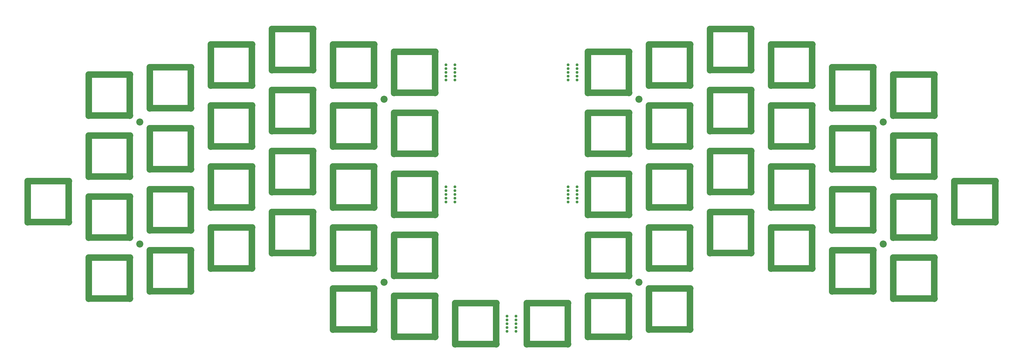
<source format=gts>
G04 #@! TF.GenerationSoftware,KiCad,Pcbnew,(6.0.0-rc2-14-ga17a58203b)*
G04 #@! TF.CreationDate,2022-01-11T14:34:59+08:00*
G04 #@! TF.ProjectId,plate,706c6174-652e-46b6-9963-61645f706362,rev?*
G04 #@! TF.SameCoordinates,Original*
G04 #@! TF.FileFunction,Soldermask,Top*
G04 #@! TF.FilePolarity,Negative*
%FSLAX46Y46*%
G04 Gerber Fmt 4.6, Leading zero omitted, Abs format (unit mm)*
G04 Created by KiCad (PCBNEW (6.0.0-rc2-14-ga17a58203b)) date 2022-01-11 14:34:59*
%MOMM*%
%LPD*%
G01*
G04 APERTURE LIST*
%ADD10C,2.202000*%
%ADD11O,2.102000X14.902000*%
%ADD12O,14.902000X2.102000*%
%ADD13C,0.902000*%
G04 APERTURE END LIST*
D10*
X167005000Y-111506000D03*
D11*
X170130000Y-160274000D03*
X182930000Y-160264000D03*
D12*
X176530000Y-166674000D03*
X176530000Y-153874000D03*
X100330000Y-139650000D03*
X100330000Y-152450000D03*
D11*
X106730000Y-146040000D03*
X93930000Y-146050000D03*
D12*
X119380000Y-151588000D03*
D11*
X125780000Y-157978000D03*
D12*
X119380000Y-164388000D03*
D11*
X112980000Y-157988000D03*
X151080000Y-157988000D03*
X163880000Y-157978000D03*
D12*
X157480000Y-151588000D03*
X157480000Y-164388000D03*
D11*
X163880000Y-100828000D03*
X151080000Y-100838000D03*
D12*
X157480000Y-107238000D03*
X157480000Y-94438000D03*
X138430000Y-89612000D03*
X138430000Y-102412000D03*
D11*
X144830000Y-96002000D03*
X132030000Y-96012000D03*
D12*
X138430000Y-146762000D03*
D11*
X144830000Y-153152000D03*
X132030000Y-153162000D03*
D12*
X138430000Y-159562000D03*
D11*
X87680000Y-110226000D03*
D12*
X81280000Y-103836000D03*
D11*
X74880000Y-110236000D03*
D12*
X81280000Y-116636000D03*
X81280000Y-141936000D03*
X81280000Y-154736000D03*
D11*
X74880000Y-148336000D03*
X87680000Y-148326000D03*
X106730000Y-165090000D03*
D12*
X100330000Y-171500000D03*
X100330000Y-158700000D03*
D11*
X93930000Y-165100000D03*
D12*
X157480000Y-126288000D03*
D11*
X151080000Y-119888000D03*
X163880000Y-119878000D03*
D12*
X157480000Y-113488000D03*
D10*
X90805000Y-118618000D03*
D12*
X176530000Y-115774000D03*
D11*
X170130000Y-122174000D03*
D12*
X176530000Y-128574000D03*
D11*
X182930000Y-122164000D03*
D12*
X176530000Y-185724000D03*
D11*
X170130000Y-179324000D03*
X182930000Y-179314000D03*
D12*
X176530000Y-172924000D03*
X157480000Y-183438000D03*
D11*
X151080000Y-177038000D03*
X163880000Y-177028000D03*
D12*
X157480000Y-170638000D03*
X100330000Y-133400000D03*
D11*
X106730000Y-126990000D03*
D12*
X100330000Y-120600000D03*
D11*
X93930000Y-127000000D03*
X201980000Y-181600000D03*
X189180000Y-181610000D03*
D12*
X195580000Y-175210000D03*
X195580000Y-188010000D03*
X81280000Y-122886000D03*
D11*
X87680000Y-129276000D03*
D12*
X81280000Y-135686000D03*
D11*
X74880000Y-129286000D03*
X125780000Y-138928000D03*
D12*
X119380000Y-145338000D03*
X119380000Y-132538000D03*
D11*
X112980000Y-138938000D03*
D13*
X186316850Y-138842600D03*
X189095150Y-138842600D03*
X189095150Y-143605400D03*
X186316850Y-142414700D03*
X186316850Y-143605400D03*
X189095150Y-140033300D03*
X186316850Y-141224000D03*
X189095150Y-141224000D03*
X189095150Y-142414700D03*
X186316850Y-140033300D03*
D11*
X132030000Y-134112000D03*
D12*
X138430000Y-140512000D03*
X138430000Y-127712000D03*
D11*
X144830000Y-134102000D03*
D12*
X138430000Y-108662000D03*
X138430000Y-121462000D03*
D11*
X132030000Y-115062000D03*
X144830000Y-115052000D03*
D13*
X186316850Y-100742600D03*
X189095150Y-101933300D03*
X189095150Y-104314700D03*
X186316850Y-104314700D03*
X186316850Y-103124000D03*
X186316850Y-101933300D03*
X186316850Y-105505400D03*
X189095150Y-105505400D03*
X189095150Y-103124000D03*
X189095150Y-100742600D03*
D10*
X90805000Y-156718000D03*
D11*
X170130000Y-103124000D03*
D12*
X176530000Y-96724000D03*
X176530000Y-109524000D03*
D11*
X182930000Y-103114000D03*
X125780000Y-119878000D03*
D12*
X119380000Y-113488000D03*
X119380000Y-126288000D03*
D11*
X112980000Y-119888000D03*
X163880000Y-138928000D03*
X151080000Y-138938000D03*
D12*
X157480000Y-132538000D03*
X157480000Y-145338000D03*
X62230000Y-137110000D03*
D11*
X55830000Y-143510000D03*
D12*
X62230000Y-149910000D03*
D11*
X68630000Y-143500000D03*
D10*
X167005000Y-168656000D03*
D13*
X227195150Y-141224000D03*
X227195150Y-140033300D03*
X224416850Y-143605400D03*
X224416850Y-142414700D03*
X224416850Y-138842600D03*
X224416850Y-141224000D03*
X227195150Y-142414700D03*
X227195150Y-138842600D03*
X227195150Y-143605400D03*
X224416850Y-140033300D03*
D12*
X100330000Y-101550000D03*
D11*
X93930000Y-107950000D03*
X106730000Y-107940000D03*
D12*
X100330000Y-114350000D03*
D11*
X125780000Y-100828000D03*
D12*
X119380000Y-94438000D03*
X119380000Y-107238000D03*
D11*
X112980000Y-100838000D03*
D12*
X81280000Y-173786000D03*
D11*
X74880000Y-167386000D03*
X87680000Y-167376000D03*
D12*
X81280000Y-160986000D03*
D13*
X227195150Y-101933300D03*
X227195150Y-105505400D03*
X224416850Y-101933300D03*
X224416850Y-104314700D03*
X224416850Y-105505400D03*
X224416850Y-100742600D03*
X224416850Y-103124000D03*
X227195150Y-104314700D03*
X227195150Y-100742600D03*
X227195150Y-103124000D03*
X208145150Y-181610000D03*
X208145150Y-179228600D03*
X205366850Y-183991400D03*
X208145150Y-180419300D03*
X208145150Y-182800700D03*
X205366850Y-181610000D03*
X208145150Y-183991400D03*
X205366850Y-180419300D03*
X205366850Y-182800700D03*
X205366850Y-179228600D03*
D11*
X170130000Y-141224000D03*
X182930000Y-141214000D03*
D12*
X176530000Y-134824000D03*
X176530000Y-147624000D03*
X236982000Y-115774000D03*
D11*
X243382000Y-122174000D03*
D12*
X236982000Y-128574000D03*
D11*
X230582000Y-122164000D03*
D12*
X256032000Y-183438000D03*
D11*
X262432000Y-177038000D03*
X249632000Y-177028000D03*
D12*
X256032000Y-170638000D03*
X332232000Y-141936000D03*
X332232000Y-154736000D03*
D11*
X338632000Y-148336000D03*
X325832000Y-148326000D03*
D12*
X313182000Y-101550000D03*
D11*
X319582000Y-107950000D03*
X306782000Y-107940000D03*
D12*
X313182000Y-114350000D03*
D11*
X262432000Y-157988000D03*
X249632000Y-157978000D03*
D12*
X256032000Y-151588000D03*
X256032000Y-164388000D03*
D10*
X322707000Y-156718000D03*
D12*
X275082000Y-89612000D03*
X275082000Y-102412000D03*
D11*
X268682000Y-96002000D03*
X281482000Y-96012000D03*
X325832000Y-110226000D03*
D12*
X332232000Y-103836000D03*
D11*
X338632000Y-110236000D03*
D12*
X332232000Y-116636000D03*
D11*
X287732000Y-138928000D03*
D12*
X294132000Y-145338000D03*
X294132000Y-132538000D03*
D11*
X300532000Y-138938000D03*
D12*
X351282000Y-137110000D03*
D11*
X357682000Y-143510000D03*
D12*
X351282000Y-149910000D03*
D11*
X344882000Y-143500000D03*
X243382000Y-160274000D03*
X230582000Y-160264000D03*
D12*
X236982000Y-166674000D03*
X236982000Y-153874000D03*
X236982000Y-185724000D03*
D11*
X243382000Y-179324000D03*
X230582000Y-179314000D03*
D12*
X236982000Y-172924000D03*
X275082000Y-108662000D03*
X275082000Y-121462000D03*
D11*
X281482000Y-115062000D03*
X268682000Y-115052000D03*
D12*
X294132000Y-151588000D03*
D11*
X287732000Y-157978000D03*
D12*
X294132000Y-164388000D03*
D11*
X300532000Y-157988000D03*
D10*
X322707000Y-118618000D03*
D11*
X281482000Y-134112000D03*
D12*
X275082000Y-140512000D03*
X275082000Y-127712000D03*
D11*
X268682000Y-134102000D03*
D12*
X332232000Y-122886000D03*
D11*
X325832000Y-129276000D03*
D12*
X332232000Y-135686000D03*
D11*
X338632000Y-129286000D03*
X287732000Y-100828000D03*
D12*
X294132000Y-94438000D03*
X294132000Y-107238000D03*
D11*
X300532000Y-100838000D03*
X243382000Y-103124000D03*
D12*
X236982000Y-96724000D03*
X236982000Y-109524000D03*
D11*
X230582000Y-103114000D03*
X249632000Y-138928000D03*
X262432000Y-138938000D03*
D12*
X256032000Y-132538000D03*
X256032000Y-145338000D03*
X332232000Y-173786000D03*
D11*
X338632000Y-167386000D03*
X325832000Y-167376000D03*
D12*
X332232000Y-160986000D03*
D10*
X246507000Y-111506000D03*
D11*
X211532000Y-181600000D03*
X224332000Y-181610000D03*
D12*
X217932000Y-175210000D03*
X217932000Y-188010000D03*
X256032000Y-126288000D03*
D11*
X262432000Y-119888000D03*
X249632000Y-119878000D03*
D12*
X256032000Y-113488000D03*
D11*
X287732000Y-119878000D03*
D12*
X294132000Y-113488000D03*
X294132000Y-126288000D03*
D11*
X300532000Y-119888000D03*
D12*
X313182000Y-133400000D03*
D11*
X306782000Y-126990000D03*
D12*
X313182000Y-120600000D03*
D11*
X319582000Y-127000000D03*
X249632000Y-100828000D03*
X262432000Y-100838000D03*
D12*
X256032000Y-107238000D03*
X256032000Y-94438000D03*
D11*
X243382000Y-141224000D03*
X230582000Y-141214000D03*
D12*
X236982000Y-134824000D03*
X236982000Y-147624000D03*
X275082000Y-146762000D03*
D11*
X268682000Y-153152000D03*
X281482000Y-153162000D03*
D12*
X275082000Y-159562000D03*
D10*
X246507000Y-168656000D03*
D12*
X313182000Y-139650000D03*
X313182000Y-152450000D03*
D11*
X306782000Y-146040000D03*
X319582000Y-146050000D03*
X306782000Y-165090000D03*
D12*
X313182000Y-171500000D03*
X313182000Y-158700000D03*
D11*
X319582000Y-165100000D03*
G36*
X223282732Y-176260000D02*
G01*
X223283000Y-176261000D01*
X223283000Y-176385999D01*
X223282000Y-176387731D01*
X223280000Y-176387731D01*
X223279081Y-176386562D01*
X223259404Y-176319547D01*
X223207001Y-176274141D01*
X223155787Y-176263000D01*
X212708286Y-176263000D01*
X212641547Y-176282596D01*
X212596141Y-176334999D01*
X212584954Y-176386424D01*
X212583609Y-176387904D01*
X212581655Y-176387479D01*
X212581000Y-176385999D01*
X212581000Y-176261000D01*
X212582000Y-176259268D01*
X212583000Y-176259000D01*
X223281000Y-176259000D01*
X223282732Y-176260000D01*
G37*
G36*
X200930732Y-176260000D02*
G01*
X200931000Y-176261000D01*
X200931000Y-176385999D01*
X200930000Y-176387731D01*
X200928000Y-176387731D01*
X200927081Y-176386562D01*
X200907404Y-176319547D01*
X200855001Y-176274141D01*
X200803787Y-176263000D01*
X190356286Y-176263000D01*
X190289547Y-176282596D01*
X190244141Y-176334999D01*
X190232954Y-176386424D01*
X190231609Y-176387904D01*
X190229655Y-176387479D01*
X190229000Y-176385999D01*
X190229000Y-176261000D01*
X190230000Y-176259268D01*
X190231000Y-176259000D01*
X200929000Y-176259000D01*
X200930732Y-176260000D01*
G37*
G36*
X242332732Y-173974000D02*
G01*
X242333000Y-173975000D01*
X242333000Y-174099999D01*
X242332000Y-174101731D01*
X242330000Y-174101731D01*
X242329081Y-174100562D01*
X242309404Y-174033547D01*
X242257001Y-173988141D01*
X242205787Y-173977000D01*
X231758286Y-173977000D01*
X231691547Y-173996596D01*
X231646141Y-174048999D01*
X231634954Y-174100424D01*
X231633609Y-174101904D01*
X231631655Y-174101479D01*
X231631000Y-174099999D01*
X231631000Y-173975000D01*
X231632000Y-173973268D01*
X231633000Y-173973000D01*
X242331000Y-173973000D01*
X242332732Y-173974000D01*
G37*
G36*
X181880732Y-173974000D02*
G01*
X181881000Y-173975000D01*
X181881000Y-174099999D01*
X181880000Y-174101731D01*
X181878000Y-174101731D01*
X181877081Y-174100562D01*
X181857404Y-174033547D01*
X181805001Y-173988141D01*
X181753787Y-173977000D01*
X171306286Y-173977000D01*
X171239547Y-173996596D01*
X171194141Y-174048999D01*
X171182954Y-174100424D01*
X171181609Y-174101904D01*
X171179655Y-174101479D01*
X171179000Y-174099999D01*
X171179000Y-173975000D01*
X171180000Y-173973268D01*
X171181000Y-173973000D01*
X181879000Y-173973000D01*
X181880732Y-173974000D01*
G37*
G36*
X261382732Y-171688000D02*
G01*
X261383000Y-171689000D01*
X261383000Y-171813999D01*
X261382000Y-171815731D01*
X261380000Y-171815731D01*
X261379081Y-171814562D01*
X261359404Y-171747547D01*
X261307001Y-171702141D01*
X261255787Y-171691000D01*
X250808286Y-171691000D01*
X250741547Y-171710596D01*
X250696141Y-171762999D01*
X250684954Y-171814424D01*
X250683609Y-171815904D01*
X250681655Y-171815479D01*
X250681000Y-171813999D01*
X250681000Y-171689000D01*
X250682000Y-171687268D01*
X250683000Y-171687000D01*
X261381000Y-171687000D01*
X261382732Y-171688000D01*
G37*
G36*
X162830732Y-171688000D02*
G01*
X162831000Y-171689000D01*
X162831000Y-171813999D01*
X162830000Y-171815731D01*
X162828000Y-171815731D01*
X162827081Y-171814562D01*
X162807404Y-171747547D01*
X162755001Y-171702141D01*
X162703787Y-171691000D01*
X152256286Y-171691000D01*
X152189547Y-171710596D01*
X152144141Y-171762999D01*
X152132954Y-171814424D01*
X152131609Y-171815904D01*
X152129655Y-171815479D01*
X152129000Y-171813999D01*
X152129000Y-171689000D01*
X152130000Y-171687268D01*
X152131000Y-171687000D01*
X162829000Y-171687000D01*
X162830732Y-171688000D01*
G37*
G36*
X86630732Y-162036000D02*
G01*
X86631000Y-162037000D01*
X86631000Y-162161999D01*
X86630000Y-162163731D01*
X86628000Y-162163731D01*
X86627081Y-162162562D01*
X86607404Y-162095547D01*
X86555001Y-162050141D01*
X86503787Y-162039000D01*
X76056286Y-162039000D01*
X75989547Y-162058596D01*
X75944141Y-162110999D01*
X75932954Y-162162424D01*
X75931609Y-162163904D01*
X75929655Y-162163479D01*
X75929000Y-162161999D01*
X75929000Y-162037000D01*
X75930000Y-162035268D01*
X75931000Y-162035000D01*
X86629000Y-162035000D01*
X86630732Y-162036000D01*
G37*
G36*
X337582732Y-162036000D02*
G01*
X337583000Y-162037000D01*
X337583000Y-162161999D01*
X337582000Y-162163731D01*
X337580000Y-162163731D01*
X337579081Y-162162562D01*
X337559404Y-162095547D01*
X337507001Y-162050141D01*
X337455787Y-162039000D01*
X327008286Y-162039000D01*
X326941547Y-162058596D01*
X326896141Y-162110999D01*
X326884954Y-162162424D01*
X326883609Y-162163904D01*
X326881655Y-162163479D01*
X326881000Y-162161999D01*
X326881000Y-162037000D01*
X326882000Y-162035268D01*
X326883000Y-162035000D01*
X337581000Y-162035000D01*
X337582732Y-162036000D01*
G37*
G36*
X105680732Y-159750000D02*
G01*
X105681000Y-159751000D01*
X105681000Y-159875999D01*
X105680000Y-159877731D01*
X105678000Y-159877731D01*
X105677081Y-159876562D01*
X105657404Y-159809547D01*
X105605001Y-159764141D01*
X105553787Y-159753000D01*
X95106286Y-159753000D01*
X95039547Y-159772596D01*
X94994141Y-159824999D01*
X94982954Y-159876424D01*
X94981609Y-159877904D01*
X94979655Y-159877479D01*
X94979000Y-159875999D01*
X94979000Y-159751000D01*
X94980000Y-159749268D01*
X94981000Y-159749000D01*
X105679000Y-159749000D01*
X105680732Y-159750000D01*
G37*
G36*
X318532732Y-159750000D02*
G01*
X318533000Y-159751000D01*
X318533000Y-159875999D01*
X318532000Y-159877731D01*
X318530000Y-159877731D01*
X318529081Y-159876562D01*
X318509404Y-159809547D01*
X318457001Y-159764141D01*
X318405787Y-159753000D01*
X307958286Y-159753000D01*
X307891547Y-159772596D01*
X307846141Y-159824999D01*
X307834954Y-159876424D01*
X307833609Y-159877904D01*
X307831655Y-159877479D01*
X307831000Y-159875999D01*
X307831000Y-159751000D01*
X307832000Y-159749268D01*
X307833000Y-159749000D01*
X318531000Y-159749000D01*
X318532732Y-159750000D01*
G37*
G36*
X181880732Y-154924000D02*
G01*
X181881000Y-154925000D01*
X181881000Y-155049999D01*
X181880000Y-155051731D01*
X181878000Y-155051731D01*
X181877081Y-155050562D01*
X181857404Y-154983547D01*
X181805001Y-154938141D01*
X181753787Y-154927000D01*
X171306286Y-154927000D01*
X171239547Y-154946596D01*
X171194141Y-154998999D01*
X171182954Y-155050424D01*
X171181609Y-155051904D01*
X171179655Y-155051479D01*
X171179000Y-155049999D01*
X171179000Y-154925000D01*
X171180000Y-154923268D01*
X171181000Y-154923000D01*
X181879000Y-154923000D01*
X181880732Y-154924000D01*
G37*
G36*
X242332732Y-154924000D02*
G01*
X242333000Y-154925000D01*
X242333000Y-155049999D01*
X242332000Y-155051731D01*
X242330000Y-155051731D01*
X242329081Y-155050562D01*
X242309404Y-154983547D01*
X242257001Y-154938141D01*
X242205787Y-154927000D01*
X231758286Y-154927000D01*
X231691547Y-154946596D01*
X231646141Y-154998999D01*
X231634954Y-155050424D01*
X231633609Y-155051904D01*
X231631655Y-155051479D01*
X231631000Y-155049999D01*
X231631000Y-154925000D01*
X231632000Y-154923268D01*
X231633000Y-154923000D01*
X242331000Y-154923000D01*
X242332732Y-154924000D01*
G37*
G36*
X124730732Y-152638000D02*
G01*
X124731000Y-152639000D01*
X124731000Y-152763999D01*
X124730000Y-152765731D01*
X124728000Y-152765731D01*
X124727081Y-152764562D01*
X124707404Y-152697547D01*
X124655001Y-152652141D01*
X124603787Y-152641000D01*
X114156286Y-152641000D01*
X114089547Y-152660596D01*
X114044141Y-152712999D01*
X114032954Y-152764424D01*
X114031609Y-152765904D01*
X114029655Y-152765479D01*
X114029000Y-152763999D01*
X114029000Y-152639000D01*
X114030000Y-152637268D01*
X114031000Y-152637000D01*
X124729000Y-152637000D01*
X124730732Y-152638000D01*
G37*
G36*
X299482732Y-152638000D02*
G01*
X299483000Y-152639000D01*
X299483000Y-152763999D01*
X299482000Y-152765731D01*
X299480000Y-152765731D01*
X299479081Y-152764562D01*
X299459404Y-152697547D01*
X299407001Y-152652141D01*
X299355787Y-152641000D01*
X288908286Y-152641000D01*
X288841547Y-152660596D01*
X288796141Y-152712999D01*
X288784954Y-152764424D01*
X288783609Y-152765904D01*
X288781655Y-152765479D01*
X288781000Y-152763999D01*
X288781000Y-152639000D01*
X288782000Y-152637268D01*
X288783000Y-152637000D01*
X299481000Y-152637000D01*
X299482732Y-152638000D01*
G37*
G36*
X261382732Y-152638000D02*
G01*
X261383000Y-152639000D01*
X261383000Y-152763999D01*
X261382000Y-152765731D01*
X261380000Y-152765731D01*
X261379081Y-152764562D01*
X261359404Y-152697547D01*
X261307001Y-152652141D01*
X261255787Y-152641000D01*
X250808286Y-152641000D01*
X250741547Y-152660596D01*
X250696141Y-152712999D01*
X250684954Y-152764424D01*
X250683609Y-152765904D01*
X250681655Y-152765479D01*
X250681000Y-152763999D01*
X250681000Y-152639000D01*
X250682000Y-152637268D01*
X250683000Y-152637000D01*
X261381000Y-152637000D01*
X261382732Y-152638000D01*
G37*
G36*
X162830732Y-152638000D02*
G01*
X162831000Y-152639000D01*
X162831000Y-152763999D01*
X162830000Y-152765731D01*
X162828000Y-152765731D01*
X162827081Y-152764562D01*
X162807404Y-152697547D01*
X162755001Y-152652141D01*
X162703787Y-152641000D01*
X152256286Y-152641000D01*
X152189547Y-152660596D01*
X152144141Y-152712999D01*
X152132954Y-152764424D01*
X152131609Y-152765904D01*
X152129655Y-152765479D01*
X152129000Y-152763999D01*
X152129000Y-152639000D01*
X152130000Y-152637268D01*
X152131000Y-152637000D01*
X162829000Y-152637000D01*
X162830732Y-152638000D01*
G37*
G36*
X280432732Y-147812000D02*
G01*
X280433000Y-147813000D01*
X280433000Y-147937999D01*
X280432000Y-147939731D01*
X280430000Y-147939731D01*
X280429081Y-147938562D01*
X280409404Y-147871547D01*
X280357001Y-147826141D01*
X280305787Y-147815000D01*
X269858286Y-147815000D01*
X269791547Y-147834596D01*
X269746141Y-147886999D01*
X269734954Y-147938424D01*
X269733609Y-147939904D01*
X269731655Y-147939479D01*
X269731000Y-147937999D01*
X269731000Y-147813000D01*
X269732000Y-147811268D01*
X269733000Y-147811000D01*
X280431000Y-147811000D01*
X280432732Y-147812000D01*
G37*
G36*
X143780732Y-147812000D02*
G01*
X143781000Y-147813000D01*
X143781000Y-147937999D01*
X143780000Y-147939731D01*
X143778000Y-147939731D01*
X143777081Y-147938562D01*
X143757404Y-147871547D01*
X143705001Y-147826141D01*
X143653787Y-147815000D01*
X133206286Y-147815000D01*
X133139547Y-147834596D01*
X133094141Y-147886999D01*
X133082954Y-147938424D01*
X133081609Y-147939904D01*
X133079655Y-147939479D01*
X133079000Y-147937999D01*
X133079000Y-147813000D01*
X133080000Y-147811268D01*
X133081000Y-147811000D01*
X143779000Y-147811000D01*
X143780732Y-147812000D01*
G37*
G36*
X337582732Y-142986000D02*
G01*
X337583000Y-142987000D01*
X337583000Y-143111999D01*
X337582000Y-143113731D01*
X337580000Y-143113731D01*
X337579081Y-143112562D01*
X337559404Y-143045547D01*
X337507001Y-143000141D01*
X337455787Y-142989000D01*
X327008286Y-142989000D01*
X326941547Y-143008596D01*
X326896141Y-143060999D01*
X326884954Y-143112424D01*
X326883609Y-143113904D01*
X326881655Y-143113479D01*
X326881000Y-143111999D01*
X326881000Y-142987000D01*
X326882000Y-142985268D01*
X326883000Y-142985000D01*
X337581000Y-142985000D01*
X337582732Y-142986000D01*
G37*
G36*
X86630732Y-142986000D02*
G01*
X86631000Y-142987000D01*
X86631000Y-143111999D01*
X86630000Y-143113731D01*
X86628000Y-143113731D01*
X86627081Y-143112562D01*
X86607404Y-143045547D01*
X86555001Y-143000141D01*
X86503787Y-142989000D01*
X76056286Y-142989000D01*
X75989547Y-143008596D01*
X75944141Y-143060999D01*
X75932954Y-143112424D01*
X75931609Y-143113904D01*
X75929655Y-143113479D01*
X75929000Y-143111999D01*
X75929000Y-142987000D01*
X75930000Y-142985268D01*
X75931000Y-142985000D01*
X86629000Y-142985000D01*
X86630732Y-142986000D01*
G37*
G36*
X105680732Y-140700000D02*
G01*
X105681000Y-140701000D01*
X105681000Y-140825999D01*
X105680000Y-140827731D01*
X105678000Y-140827731D01*
X105677081Y-140826562D01*
X105657404Y-140759547D01*
X105605001Y-140714141D01*
X105553787Y-140703000D01*
X95106286Y-140703000D01*
X95039547Y-140722596D01*
X94994141Y-140774999D01*
X94982954Y-140826424D01*
X94981609Y-140827904D01*
X94979655Y-140827479D01*
X94979000Y-140825999D01*
X94979000Y-140701000D01*
X94980000Y-140699268D01*
X94981000Y-140699000D01*
X105679000Y-140699000D01*
X105680732Y-140700000D01*
G37*
G36*
X318532732Y-140700000D02*
G01*
X318533000Y-140701000D01*
X318533000Y-140825999D01*
X318532000Y-140827731D01*
X318530000Y-140827731D01*
X318529081Y-140826562D01*
X318509404Y-140759547D01*
X318457001Y-140714141D01*
X318405787Y-140703000D01*
X307958286Y-140703000D01*
X307891547Y-140722596D01*
X307846141Y-140774999D01*
X307834954Y-140826424D01*
X307833609Y-140827904D01*
X307831655Y-140827479D01*
X307831000Y-140825999D01*
X307831000Y-140701000D01*
X307832000Y-140699268D01*
X307833000Y-140699000D01*
X318531000Y-140699000D01*
X318532732Y-140700000D01*
G37*
G36*
X67580732Y-138160000D02*
G01*
X67581000Y-138161000D01*
X67581000Y-138285999D01*
X67580000Y-138287731D01*
X67578000Y-138287731D01*
X67577081Y-138286562D01*
X67557404Y-138219547D01*
X67505001Y-138174141D01*
X67453787Y-138163000D01*
X57006286Y-138163000D01*
X56939547Y-138182596D01*
X56894141Y-138234999D01*
X56882954Y-138286424D01*
X56881609Y-138287904D01*
X56879655Y-138287479D01*
X56879000Y-138285999D01*
X56879000Y-138161000D01*
X56880000Y-138159268D01*
X56881000Y-138159000D01*
X67579000Y-138159000D01*
X67580732Y-138160000D01*
G37*
G36*
X356632732Y-138160000D02*
G01*
X356633000Y-138161000D01*
X356633000Y-138285999D01*
X356632000Y-138287731D01*
X356630000Y-138287731D01*
X356629081Y-138286562D01*
X356609404Y-138219547D01*
X356557001Y-138174141D01*
X356505787Y-138163000D01*
X346058286Y-138163000D01*
X345991547Y-138182596D01*
X345946141Y-138234999D01*
X345934954Y-138286424D01*
X345933609Y-138287904D01*
X345931655Y-138287479D01*
X345931000Y-138285999D01*
X345931000Y-138161000D01*
X345932000Y-138159268D01*
X345933000Y-138159000D01*
X356631000Y-138159000D01*
X356632732Y-138160000D01*
G37*
G36*
X242332732Y-135874000D02*
G01*
X242333000Y-135875000D01*
X242333000Y-135999999D01*
X242332000Y-136001731D01*
X242330000Y-136001731D01*
X242329081Y-136000562D01*
X242309404Y-135933547D01*
X242257001Y-135888141D01*
X242205787Y-135877000D01*
X231758286Y-135877000D01*
X231691547Y-135896596D01*
X231646141Y-135948999D01*
X231634954Y-136000424D01*
X231633609Y-136001904D01*
X231631655Y-136001479D01*
X231631000Y-135999999D01*
X231631000Y-135875000D01*
X231632000Y-135873268D01*
X231633000Y-135873000D01*
X242331000Y-135873000D01*
X242332732Y-135874000D01*
G37*
G36*
X181880732Y-135874000D02*
G01*
X181881000Y-135875000D01*
X181881000Y-135999999D01*
X181880000Y-136001731D01*
X181878000Y-136001731D01*
X181877081Y-136000562D01*
X181857404Y-135933547D01*
X181805001Y-135888141D01*
X181753787Y-135877000D01*
X171306286Y-135877000D01*
X171239547Y-135896596D01*
X171194141Y-135948999D01*
X171182954Y-136000424D01*
X171181609Y-136001904D01*
X171179655Y-136001479D01*
X171179000Y-135999999D01*
X171179000Y-135875000D01*
X171180000Y-135873268D01*
X171181000Y-135873000D01*
X181879000Y-135873000D01*
X181880732Y-135874000D01*
G37*
G36*
X261382732Y-133588000D02*
G01*
X261383000Y-133589000D01*
X261383000Y-133713999D01*
X261382000Y-133715731D01*
X261380000Y-133715731D01*
X261379081Y-133714562D01*
X261359404Y-133647547D01*
X261307001Y-133602141D01*
X261255787Y-133591000D01*
X250808286Y-133591000D01*
X250741547Y-133610596D01*
X250696141Y-133662999D01*
X250684954Y-133714424D01*
X250683609Y-133715904D01*
X250681655Y-133715479D01*
X250681000Y-133713999D01*
X250681000Y-133589000D01*
X250682000Y-133587268D01*
X250683000Y-133587000D01*
X261381000Y-133587000D01*
X261382732Y-133588000D01*
G37*
G36*
X299482732Y-133588000D02*
G01*
X299483000Y-133589000D01*
X299483000Y-133713999D01*
X299482000Y-133715731D01*
X299480000Y-133715731D01*
X299479081Y-133714562D01*
X299459404Y-133647547D01*
X299407001Y-133602141D01*
X299355787Y-133591000D01*
X288908286Y-133591000D01*
X288841547Y-133610596D01*
X288796141Y-133662999D01*
X288784954Y-133714424D01*
X288783609Y-133715904D01*
X288781655Y-133715479D01*
X288781000Y-133713999D01*
X288781000Y-133589000D01*
X288782000Y-133587268D01*
X288783000Y-133587000D01*
X299481000Y-133587000D01*
X299482732Y-133588000D01*
G37*
G36*
X162830732Y-133588000D02*
G01*
X162831000Y-133589000D01*
X162831000Y-133713999D01*
X162830000Y-133715731D01*
X162828000Y-133715731D01*
X162827081Y-133714562D01*
X162807404Y-133647547D01*
X162755001Y-133602141D01*
X162703787Y-133591000D01*
X152256286Y-133591000D01*
X152189547Y-133610596D01*
X152144141Y-133662999D01*
X152132954Y-133714424D01*
X152131609Y-133715904D01*
X152129655Y-133715479D01*
X152129000Y-133713999D01*
X152129000Y-133589000D01*
X152130000Y-133587268D01*
X152131000Y-133587000D01*
X162829000Y-133587000D01*
X162830732Y-133588000D01*
G37*
G36*
X124730732Y-133588000D02*
G01*
X124731000Y-133589000D01*
X124731000Y-133713999D01*
X124730000Y-133715731D01*
X124728000Y-133715731D01*
X124727081Y-133714562D01*
X124707404Y-133647547D01*
X124655001Y-133602141D01*
X124603787Y-133591000D01*
X114156286Y-133591000D01*
X114089547Y-133610596D01*
X114044141Y-133662999D01*
X114032954Y-133714424D01*
X114031609Y-133715904D01*
X114029655Y-133715479D01*
X114029000Y-133713999D01*
X114029000Y-133589000D01*
X114030000Y-133587268D01*
X114031000Y-133587000D01*
X124729000Y-133587000D01*
X124730732Y-133588000D01*
G37*
G36*
X280432732Y-128762000D02*
G01*
X280433000Y-128763000D01*
X280433000Y-128887999D01*
X280432000Y-128889731D01*
X280430000Y-128889731D01*
X280429081Y-128888562D01*
X280409404Y-128821547D01*
X280357001Y-128776141D01*
X280305787Y-128765000D01*
X269858286Y-128765000D01*
X269791547Y-128784596D01*
X269746141Y-128836999D01*
X269734954Y-128888424D01*
X269733609Y-128889904D01*
X269731655Y-128889479D01*
X269731000Y-128887999D01*
X269731000Y-128763000D01*
X269732000Y-128761268D01*
X269733000Y-128761000D01*
X280431000Y-128761000D01*
X280432732Y-128762000D01*
G37*
G36*
X143780732Y-128762000D02*
G01*
X143781000Y-128763000D01*
X143781000Y-128887999D01*
X143780000Y-128889731D01*
X143778000Y-128889731D01*
X143777081Y-128888562D01*
X143757404Y-128821547D01*
X143705001Y-128776141D01*
X143653787Y-128765000D01*
X133206286Y-128765000D01*
X133139547Y-128784596D01*
X133094141Y-128836999D01*
X133082954Y-128888424D01*
X133081609Y-128889904D01*
X133079655Y-128889479D01*
X133079000Y-128887999D01*
X133079000Y-128763000D01*
X133080000Y-128761268D01*
X133081000Y-128761000D01*
X143779000Y-128761000D01*
X143780732Y-128762000D01*
G37*
G36*
X86630732Y-123936000D02*
G01*
X86631000Y-123937000D01*
X86631000Y-124061999D01*
X86630000Y-124063731D01*
X86628000Y-124063731D01*
X86627081Y-124062562D01*
X86607404Y-123995547D01*
X86555001Y-123950141D01*
X86503787Y-123939000D01*
X76056286Y-123939000D01*
X75989547Y-123958596D01*
X75944141Y-124010999D01*
X75932954Y-124062424D01*
X75931609Y-124063904D01*
X75929655Y-124063479D01*
X75929000Y-124061999D01*
X75929000Y-123937000D01*
X75930000Y-123935268D01*
X75931000Y-123935000D01*
X86629000Y-123935000D01*
X86630732Y-123936000D01*
G37*
G36*
X337582732Y-123936000D02*
G01*
X337583000Y-123937000D01*
X337583000Y-124061999D01*
X337582000Y-124063731D01*
X337580000Y-124063731D01*
X337579081Y-124062562D01*
X337559404Y-123995547D01*
X337507001Y-123950141D01*
X337455787Y-123939000D01*
X327008286Y-123939000D01*
X326941547Y-123958596D01*
X326896141Y-124010999D01*
X326884954Y-124062424D01*
X326883609Y-124063904D01*
X326881655Y-124063479D01*
X326881000Y-124061999D01*
X326881000Y-123937000D01*
X326882000Y-123935268D01*
X326883000Y-123935000D01*
X337581000Y-123935000D01*
X337582732Y-123936000D01*
G37*
G36*
X105680732Y-121650000D02*
G01*
X105681000Y-121651000D01*
X105681000Y-121775999D01*
X105680000Y-121777731D01*
X105678000Y-121777731D01*
X105677081Y-121776562D01*
X105657404Y-121709547D01*
X105605001Y-121664141D01*
X105553787Y-121653000D01*
X95106286Y-121653000D01*
X95039547Y-121672596D01*
X94994141Y-121724999D01*
X94982954Y-121776424D01*
X94981609Y-121777904D01*
X94979655Y-121777479D01*
X94979000Y-121775999D01*
X94979000Y-121651000D01*
X94980000Y-121649268D01*
X94981000Y-121649000D01*
X105679000Y-121649000D01*
X105680732Y-121650000D01*
G37*
G36*
X318532732Y-121650000D02*
G01*
X318533000Y-121651000D01*
X318533000Y-121775999D01*
X318532000Y-121777731D01*
X318530000Y-121777731D01*
X318529081Y-121776562D01*
X318509404Y-121709547D01*
X318457001Y-121664141D01*
X318405787Y-121653000D01*
X307958286Y-121653000D01*
X307891547Y-121672596D01*
X307846141Y-121724999D01*
X307834954Y-121776424D01*
X307833609Y-121777904D01*
X307831655Y-121777479D01*
X307831000Y-121775999D01*
X307831000Y-121651000D01*
X307832000Y-121649268D01*
X307833000Y-121649000D01*
X318531000Y-121649000D01*
X318532732Y-121650000D01*
G37*
G36*
X181880732Y-116824000D02*
G01*
X181881000Y-116825000D01*
X181881000Y-116949999D01*
X181880000Y-116951731D01*
X181878000Y-116951731D01*
X181877081Y-116950562D01*
X181857404Y-116883547D01*
X181805001Y-116838141D01*
X181753787Y-116827000D01*
X171306286Y-116827000D01*
X171239547Y-116846596D01*
X171194141Y-116898999D01*
X171182954Y-116950424D01*
X171181609Y-116951904D01*
X171179655Y-116951479D01*
X171179000Y-116949999D01*
X171179000Y-116825000D01*
X171180000Y-116823268D01*
X171181000Y-116823000D01*
X181879000Y-116823000D01*
X181880732Y-116824000D01*
G37*
G36*
X242332732Y-116824000D02*
G01*
X242333000Y-116825000D01*
X242333000Y-116949999D01*
X242332000Y-116951731D01*
X242330000Y-116951731D01*
X242329081Y-116950562D01*
X242309404Y-116883547D01*
X242257001Y-116838141D01*
X242205787Y-116827000D01*
X231758286Y-116827000D01*
X231691547Y-116846596D01*
X231646141Y-116898999D01*
X231634954Y-116950424D01*
X231633609Y-116951904D01*
X231631655Y-116951479D01*
X231631000Y-116949999D01*
X231631000Y-116825000D01*
X231632000Y-116823268D01*
X231633000Y-116823000D01*
X242331000Y-116823000D01*
X242332732Y-116824000D01*
G37*
G36*
X162830732Y-114538000D02*
G01*
X162831000Y-114539000D01*
X162831000Y-114663999D01*
X162830000Y-114665731D01*
X162828000Y-114665731D01*
X162827081Y-114664562D01*
X162807404Y-114597547D01*
X162755001Y-114552141D01*
X162703787Y-114541000D01*
X152256286Y-114541000D01*
X152189547Y-114560596D01*
X152144141Y-114612999D01*
X152132954Y-114664424D01*
X152131609Y-114665904D01*
X152129655Y-114665479D01*
X152129000Y-114663999D01*
X152129000Y-114539000D01*
X152130000Y-114537268D01*
X152131000Y-114537000D01*
X162829000Y-114537000D01*
X162830732Y-114538000D01*
G37*
G36*
X261382732Y-114538000D02*
G01*
X261383000Y-114539000D01*
X261383000Y-114663999D01*
X261382000Y-114665731D01*
X261380000Y-114665731D01*
X261379081Y-114664562D01*
X261359404Y-114597547D01*
X261307001Y-114552141D01*
X261255787Y-114541000D01*
X250808286Y-114541000D01*
X250741547Y-114560596D01*
X250696141Y-114612999D01*
X250684954Y-114664424D01*
X250683609Y-114665904D01*
X250681655Y-114665479D01*
X250681000Y-114663999D01*
X250681000Y-114539000D01*
X250682000Y-114537268D01*
X250683000Y-114537000D01*
X261381000Y-114537000D01*
X261382732Y-114538000D01*
G37*
G36*
X124730732Y-114538000D02*
G01*
X124731000Y-114539000D01*
X124731000Y-114663999D01*
X124730000Y-114665731D01*
X124728000Y-114665731D01*
X124727081Y-114664562D01*
X124707404Y-114597547D01*
X124655001Y-114552141D01*
X124603787Y-114541000D01*
X114156286Y-114541000D01*
X114089547Y-114560596D01*
X114044141Y-114612999D01*
X114032954Y-114664424D01*
X114031609Y-114665904D01*
X114029655Y-114665479D01*
X114029000Y-114663999D01*
X114029000Y-114539000D01*
X114030000Y-114537268D01*
X114031000Y-114537000D01*
X124729000Y-114537000D01*
X124730732Y-114538000D01*
G37*
G36*
X299482732Y-114538000D02*
G01*
X299483000Y-114539000D01*
X299483000Y-114663999D01*
X299482000Y-114665731D01*
X299480000Y-114665731D01*
X299479081Y-114664562D01*
X299459404Y-114597547D01*
X299407001Y-114552141D01*
X299355787Y-114541000D01*
X288908286Y-114541000D01*
X288841547Y-114560596D01*
X288796141Y-114612999D01*
X288784954Y-114664424D01*
X288783609Y-114665904D01*
X288781655Y-114665479D01*
X288781000Y-114663999D01*
X288781000Y-114539000D01*
X288782000Y-114537268D01*
X288783000Y-114537000D01*
X299481000Y-114537000D01*
X299482732Y-114538000D01*
G37*
G36*
X280432732Y-109712000D02*
G01*
X280433000Y-109713000D01*
X280433000Y-109837999D01*
X280432000Y-109839731D01*
X280430000Y-109839731D01*
X280429081Y-109838562D01*
X280409404Y-109771547D01*
X280357001Y-109726141D01*
X280305787Y-109715000D01*
X269858286Y-109715000D01*
X269791547Y-109734596D01*
X269746141Y-109786999D01*
X269734954Y-109838424D01*
X269733609Y-109839904D01*
X269731655Y-109839479D01*
X269731000Y-109837999D01*
X269731000Y-109713000D01*
X269732000Y-109711268D01*
X269733000Y-109711000D01*
X280431000Y-109711000D01*
X280432732Y-109712000D01*
G37*
G36*
X143780732Y-109712000D02*
G01*
X143781000Y-109713000D01*
X143781000Y-109837999D01*
X143780000Y-109839731D01*
X143778000Y-109839731D01*
X143777081Y-109838562D01*
X143757404Y-109771547D01*
X143705001Y-109726141D01*
X143653787Y-109715000D01*
X133206286Y-109715000D01*
X133139547Y-109734596D01*
X133094141Y-109786999D01*
X133082954Y-109838424D01*
X133081609Y-109839904D01*
X133079655Y-109839479D01*
X133079000Y-109837999D01*
X133079000Y-109713000D01*
X133080000Y-109711268D01*
X133081000Y-109711000D01*
X143779000Y-109711000D01*
X143780732Y-109712000D01*
G37*
G36*
X86630732Y-104886000D02*
G01*
X86631000Y-104887000D01*
X86631000Y-105011999D01*
X86630000Y-105013731D01*
X86628000Y-105013731D01*
X86627081Y-105012562D01*
X86607404Y-104945547D01*
X86555001Y-104900141D01*
X86503787Y-104889000D01*
X76056286Y-104889000D01*
X75989547Y-104908596D01*
X75944141Y-104960999D01*
X75932954Y-105012424D01*
X75931609Y-105013904D01*
X75929655Y-105013479D01*
X75929000Y-105011999D01*
X75929000Y-104887000D01*
X75930000Y-104885268D01*
X75931000Y-104885000D01*
X86629000Y-104885000D01*
X86630732Y-104886000D01*
G37*
G36*
X337582732Y-104886000D02*
G01*
X337583000Y-104887000D01*
X337583000Y-105011999D01*
X337582000Y-105013731D01*
X337580000Y-105013731D01*
X337579081Y-105012562D01*
X337559404Y-104945547D01*
X337507001Y-104900141D01*
X337455787Y-104889000D01*
X327008286Y-104889000D01*
X326941547Y-104908596D01*
X326896141Y-104960999D01*
X326884954Y-105012424D01*
X326883609Y-105013904D01*
X326881655Y-105013479D01*
X326881000Y-105011999D01*
X326881000Y-104887000D01*
X326882000Y-104885268D01*
X326883000Y-104885000D01*
X337581000Y-104885000D01*
X337582732Y-104886000D01*
G37*
G36*
X105680732Y-102600000D02*
G01*
X105681000Y-102601000D01*
X105681000Y-102725999D01*
X105680000Y-102727731D01*
X105678000Y-102727731D01*
X105677081Y-102726562D01*
X105657404Y-102659547D01*
X105605001Y-102614141D01*
X105553787Y-102603000D01*
X95106286Y-102603000D01*
X95039547Y-102622596D01*
X94994141Y-102674999D01*
X94982954Y-102726424D01*
X94981609Y-102727904D01*
X94979655Y-102727479D01*
X94979000Y-102725999D01*
X94979000Y-102601000D01*
X94980000Y-102599268D01*
X94981000Y-102599000D01*
X105679000Y-102599000D01*
X105680732Y-102600000D01*
G37*
G36*
X318532732Y-102600000D02*
G01*
X318533000Y-102601000D01*
X318533000Y-102725999D01*
X318532000Y-102727731D01*
X318530000Y-102727731D01*
X318529081Y-102726562D01*
X318509404Y-102659547D01*
X318457001Y-102614141D01*
X318405787Y-102603000D01*
X307958286Y-102603000D01*
X307891547Y-102622596D01*
X307846141Y-102674999D01*
X307834954Y-102726424D01*
X307833609Y-102727904D01*
X307831655Y-102727479D01*
X307831000Y-102725999D01*
X307831000Y-102601000D01*
X307832000Y-102599268D01*
X307833000Y-102599000D01*
X318531000Y-102599000D01*
X318532732Y-102600000D01*
G37*
G36*
X181880732Y-97774000D02*
G01*
X181881000Y-97775000D01*
X181881000Y-97899999D01*
X181880000Y-97901731D01*
X181878000Y-97901731D01*
X181877081Y-97900562D01*
X181857404Y-97833547D01*
X181805001Y-97788141D01*
X181753787Y-97777000D01*
X171306286Y-97777000D01*
X171239547Y-97796596D01*
X171194141Y-97848999D01*
X171182954Y-97900424D01*
X171181609Y-97901904D01*
X171179655Y-97901479D01*
X171179000Y-97899999D01*
X171179000Y-97775000D01*
X171180000Y-97773268D01*
X171181000Y-97773000D01*
X181879000Y-97773000D01*
X181880732Y-97774000D01*
G37*
G36*
X242332732Y-97774000D02*
G01*
X242333000Y-97775000D01*
X242333000Y-97899999D01*
X242332000Y-97901731D01*
X242330000Y-97901731D01*
X242329081Y-97900562D01*
X242309404Y-97833547D01*
X242257001Y-97788141D01*
X242205787Y-97777000D01*
X231758286Y-97777000D01*
X231691547Y-97796596D01*
X231646141Y-97848999D01*
X231634954Y-97900424D01*
X231633609Y-97901904D01*
X231631655Y-97901479D01*
X231631000Y-97899999D01*
X231631000Y-97775000D01*
X231632000Y-97773268D01*
X231633000Y-97773000D01*
X242331000Y-97773000D01*
X242332732Y-97774000D01*
G37*
G36*
X261382732Y-95488000D02*
G01*
X261383000Y-95489000D01*
X261383000Y-95613999D01*
X261382000Y-95615731D01*
X261380000Y-95615731D01*
X261379081Y-95614562D01*
X261359404Y-95547547D01*
X261307001Y-95502141D01*
X261255787Y-95491000D01*
X250808286Y-95491000D01*
X250741547Y-95510596D01*
X250696141Y-95562999D01*
X250684954Y-95614424D01*
X250683609Y-95615904D01*
X250681655Y-95615479D01*
X250681000Y-95613999D01*
X250681000Y-95489000D01*
X250682000Y-95487268D01*
X250683000Y-95487000D01*
X261381000Y-95487000D01*
X261382732Y-95488000D01*
G37*
G36*
X162830732Y-95488000D02*
G01*
X162831000Y-95489000D01*
X162831000Y-95613999D01*
X162830000Y-95615731D01*
X162828000Y-95615731D01*
X162827081Y-95614562D01*
X162807404Y-95547547D01*
X162755001Y-95502141D01*
X162703787Y-95491000D01*
X152256286Y-95491000D01*
X152189547Y-95510596D01*
X152144141Y-95562999D01*
X152132954Y-95614424D01*
X152131609Y-95615904D01*
X152129655Y-95615479D01*
X152129000Y-95613999D01*
X152129000Y-95489000D01*
X152130000Y-95487268D01*
X152131000Y-95487000D01*
X162829000Y-95487000D01*
X162830732Y-95488000D01*
G37*
G36*
X299482732Y-95488000D02*
G01*
X299483000Y-95489000D01*
X299483000Y-95613999D01*
X299482000Y-95615731D01*
X299480000Y-95615731D01*
X299479081Y-95614562D01*
X299459404Y-95547547D01*
X299407001Y-95502141D01*
X299355787Y-95491000D01*
X288908286Y-95491000D01*
X288841547Y-95510596D01*
X288796141Y-95562999D01*
X288784954Y-95614424D01*
X288783609Y-95615904D01*
X288781655Y-95615479D01*
X288781000Y-95613999D01*
X288781000Y-95489000D01*
X288782000Y-95487268D01*
X288783000Y-95487000D01*
X299481000Y-95487000D01*
X299482732Y-95488000D01*
G37*
G36*
X124730732Y-95488000D02*
G01*
X124731000Y-95489000D01*
X124731000Y-95613999D01*
X124730000Y-95615731D01*
X124728000Y-95615731D01*
X124727081Y-95614562D01*
X124707404Y-95547547D01*
X124655001Y-95502141D01*
X124603787Y-95491000D01*
X114156286Y-95491000D01*
X114089547Y-95510596D01*
X114044141Y-95562999D01*
X114032954Y-95614424D01*
X114031609Y-95615904D01*
X114029655Y-95615479D01*
X114029000Y-95613999D01*
X114029000Y-95489000D01*
X114030000Y-95487268D01*
X114031000Y-95487000D01*
X124729000Y-95487000D01*
X124730732Y-95488000D01*
G37*
G36*
X143780732Y-90662000D02*
G01*
X143781000Y-90663000D01*
X143781000Y-90787999D01*
X143780000Y-90789731D01*
X143778000Y-90789731D01*
X143777081Y-90788562D01*
X143757404Y-90721547D01*
X143705001Y-90676141D01*
X143653787Y-90665000D01*
X133206286Y-90665000D01*
X133139547Y-90684596D01*
X133094141Y-90736999D01*
X133082954Y-90788424D01*
X133081609Y-90789904D01*
X133079655Y-90789479D01*
X133079000Y-90787999D01*
X133079000Y-90663000D01*
X133080000Y-90661268D01*
X133081000Y-90661000D01*
X143779000Y-90661000D01*
X143780732Y-90662000D01*
G37*
G36*
X280432732Y-90662000D02*
G01*
X280433000Y-90663000D01*
X280433000Y-90787999D01*
X280432000Y-90789731D01*
X280430000Y-90789731D01*
X280429081Y-90788562D01*
X280409404Y-90721547D01*
X280357001Y-90676141D01*
X280305787Y-90665000D01*
X269858286Y-90665000D01*
X269791547Y-90684596D01*
X269746141Y-90736999D01*
X269734954Y-90788424D01*
X269733609Y-90789904D01*
X269731655Y-90789479D01*
X269731000Y-90787999D01*
X269731000Y-90663000D01*
X269732000Y-90661268D01*
X269733000Y-90661000D01*
X280431000Y-90661000D01*
X280432732Y-90662000D01*
G37*
M02*

</source>
